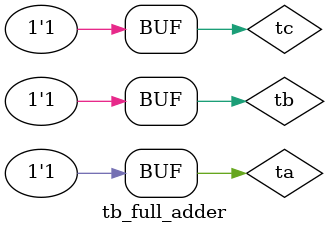
<source format=v>
`timescale 1ns / 1ps


module tb_full_adder();

wire ts, tcout;
reg ta, tb, tc;

full_adder DUT (ts, tcout, ta, tb, tc);

initial
begin
ta = 0; tb = 0; tc = 0;
#10 ta = 0; tb = 0; tc = 0;
#10 ta = 0; tb = 0; tc = 1;
#10 ta = 0; tb = 1; tc = 0;
#10 ta = 0; tb = 1; tc = 1;
#10 ta = 1; tb = 0; tc = 0;
#10 ta = 1; tb = 0; tc = 1;
#10 ta = 1; tb = 1; tc = 0;
#10 ta = 1; tb = 1; tc = 1;
end

endmodule

</source>
